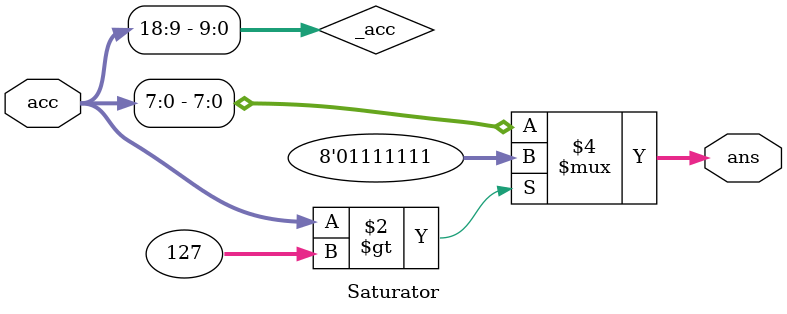
<source format=v>
module Saturator#(parameter n=8)(input [15+$clog2(n):0]acc,output reg[7:0]ans);
  reg [15+$clog2(n)-9:0]_acc;
  always@(acc)begin
    _acc=acc[15+$clog2(n):9];
    if(acc>127)
      ans=8'd127;
    else
      ans=acc[7:0];
  end
endmodule
</source>
